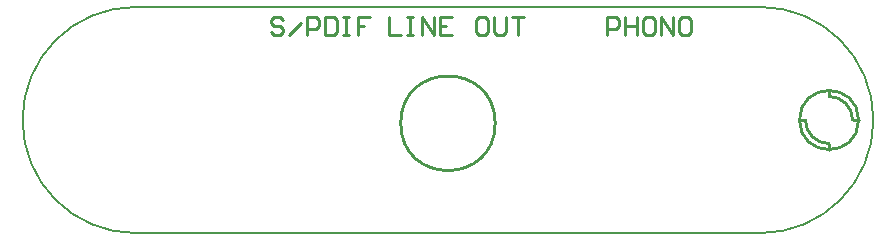
<source format=gto>
G04*
G04 #@! TF.GenerationSoftware,Altium Limited,Altium Designer,19.0.10 (269)*
G04*
G04 Layer_Color=65535*
%FSLAX44Y44*%
%MOMM*%
G71*
G01*
G75*
%ADD10C,0.2540*%
%ADD11C,0.2000*%
D10*
X347650Y0D02*
G03*
X347650Y0I-25000J0D01*
G01*
X302650D02*
G03*
X322650Y-20000I20000J0D01*
G01*
X342650Y0D02*
G03*
X322650Y20000I-20000J0D01*
G01*
X342650Y0D02*
G03*
X322650Y20000I-20000J0D01*
G01*
X40000Y-2750D02*
G03*
X40000Y-2750I-40000J0D01*
G01*
X297650Y0D02*
X302650D01*
X322650Y20000D02*
Y25000D01*
X342650Y0D02*
X347650D01*
X322650Y-25000D02*
Y-20000D01*
X135000Y72000D02*
Y87235D01*
X142618D01*
X145157Y84696D01*
Y79618D01*
X142618Y77078D01*
X135000D01*
X150235Y87235D02*
Y72000D01*
Y79618D01*
X160392D01*
Y87235D01*
Y72000D01*
X173088Y87235D02*
X168009D01*
X165470Y84696D01*
Y74539D01*
X168009Y72000D01*
X173088D01*
X175627Y74539D01*
Y84696D01*
X173088Y87235D01*
X180705Y72000D02*
Y87235D01*
X190862Y72000D01*
Y87235D01*
X203558D02*
X198479D01*
X195940Y84696D01*
Y74539D01*
X198479Y72000D01*
X203558D01*
X206097Y74539D01*
Y84696D01*
X203558Y87235D01*
X-50000D02*
Y72000D01*
X-39843D01*
X-34765Y87235D02*
X-29687D01*
X-32226D01*
Y72000D01*
X-34765D01*
X-29687D01*
X-22069D02*
Y87235D01*
X-11912Y72000D01*
Y87235D01*
X3323D02*
X-6834D01*
Y72000D01*
X3323D01*
X-6834Y79618D02*
X-1756D01*
X31254Y87235D02*
X26175D01*
X23636Y84696D01*
Y74539D01*
X26175Y72000D01*
X31254D01*
X33793Y74539D01*
Y84696D01*
X31254Y87235D01*
X38871D02*
Y74539D01*
X41410Y72000D01*
X46489D01*
X49028Y74539D01*
Y87235D01*
X54106D02*
X64263D01*
X59185D01*
Y72000D01*
X-139843Y84696D02*
X-142382Y87235D01*
X-147461D01*
X-150000Y84696D01*
Y82157D01*
X-147461Y79618D01*
X-142382D01*
X-139843Y77078D01*
Y74539D01*
X-142382Y72000D01*
X-147461D01*
X-150000Y74539D01*
X-134765Y72000D02*
X-124608Y82157D01*
X-119530Y72000D02*
Y87235D01*
X-111912D01*
X-109373Y84696D01*
Y79618D01*
X-111912Y77078D01*
X-119530D01*
X-104295Y87235D02*
Y72000D01*
X-96677D01*
X-94138Y74539D01*
Y84696D01*
X-96677Y87235D01*
X-104295D01*
X-89060D02*
X-83981D01*
X-86521D01*
Y72000D01*
X-89060D01*
X-83981D01*
X-66207Y87235D02*
X-76364D01*
Y79618D01*
X-71286D01*
X-76364D01*
Y72000D01*
D11*
X-264450Y95750D02*
G03*
X-264450Y-95750I0J-95750D01*
G01*
X264450D02*
G03*
X264450Y95750I0J95750D01*
G01*
X-264450Y-95750D02*
X264450D01*
X-264450Y95750D02*
X264450D01*
M02*

</source>
